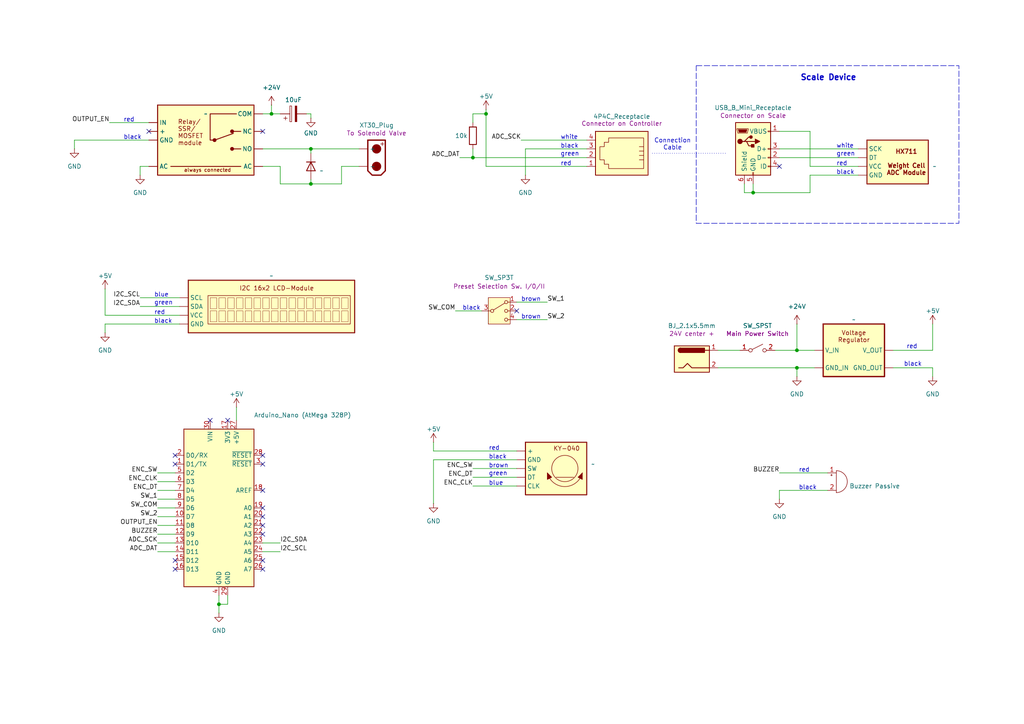
<source format=kicad_sch>
(kicad_sch (version 20231120) (generator "eeschema") (generator_version "8.0")
  (paper "A4")
  (title_block (title "Weight-O-Matic") (date "2024-09-28") (rev "1") (company "mva-one"))
  (lib_symbols
    (symbol "Connector:4P4C" (pin_names (offset 1.016))
      (property "Reference" "J" (at -5.08 8.89 0))
      (property "Value" "4P4C" (at 2.54 8.89 0))
      (symbol "4P4C_0_1"
        (polyline (pts (xy -6.35 -0.635) (xy -5.08 -0.635) (xy -5.08 -0.635)))
        (polyline (pts (xy -6.35 0.635) (xy -5.08 0.635) (xy -5.08 0.635)))
        (polyline (pts (xy -6.35 1.905) (xy -5.08 1.905) (xy -5.08 1.905)))
        (polyline (pts (xy -6.35 3.175) (xy -5.08 3.175) (xy -5.08 3.175)))
        (polyline (pts (xy -6.35 -3.175) (xy -6.35 5.715) (xy -1.27 5.715) (xy 3.81 5.715) (xy 3.81 4.445) (xy 5.08 4.445) (xy 5.08 3.175) (xy 6.35 3.175) (xy 6.35 -0.635) (xy 5.08 -0.635) (xy 5.08 -1.905) (xy 3.81 -1.905) (xy 3.81 -3.175) (xy -6.35 -3.175) (xy -6.35 -3.175)))
        (rectangle (start 7.62 7.62) (end -7.62 -5.08) (stroke (width 0.254)) (fill (type background)))
      )
      (symbol "4P4C_1_1"
        (pin passive line (at 10.16 -2.54 180) (length 2.54) (name "~") (number "1"))
        (pin passive line (at 10.16 0 180) (length 2.54) (name "~") (number "2"))
        (pin passive line (at 10.16 2.54 180) (length 2.54) (name "~") (number "3"))
        (pin passive line (at 10.16 5.08 180) (length 2.54) (name "~") (number "4"))
      )
    )
    (symbol "Connector:Barrel_Jack" (pin_names (offset 1.016))
      (property "Reference" "J" (at 0 5.334 0))
      (property "Value" "Barrel_Jack" (at 0 -5.08 0))
      (symbol "Barrel_Jack_0_1"
        (rectangle (start -5.08 3.81) (end 5.08 -3.81) (stroke (width 0.254)) (fill (type background)))
        (arc (start -3.302 3.175) (mid -3.9343 2.54) (end -3.302 1.905) (stroke (width 0.254)))
        (arc (start -3.302 3.175) (mid -3.9343 2.54) (end -3.302 1.905) (stroke (width 0.254)) (fill (type outline)))
        (polyline (pts (xy 5.08 2.54) (xy 3.81 2.54)) (stroke (width 0.254)))
        (polyline (pts (xy -3.81 -2.54) (xy -2.54 -2.54) (xy -1.27 -1.27) (xy 0 -2.54) (xy 2.54 -2.54) (xy 5.08 -2.54)) (stroke (width 0.254)))
        (rectangle (start 3.683 3.175) (end -3.302 1.905) (stroke (width 0.254)) (fill (type outline)))
      )
      (symbol "Barrel_Jack_1_1"
        (pin passive line (at 7.62 2.54 180) (length 2.54) (name "~") (number "1"))
        (pin passive line (at 7.62 -2.54 180) (length 2.54) (name "~") (number "2"))
      )
    )
    (symbol "Connector:USB_B_Mini" (pin_names (offset 1.016))
      (property "Reference" "J" (at -5.08 11.43 0))
      (property "Value" "USB_B_Mini" (at -5.08 8.89 0))
      (symbol "USB_B_Mini_0_1"
        (rectangle (start -5.08 -7.62) (end 5.08 7.62) (stroke (width 0.254)) (fill (type background)))
        (circle (center -3.81 2.159) (radius 0.635) (stroke (width 0.254)) (fill (type outline)))
        (circle (center -0.635 3.429) (radius 0.381) (stroke (width 0.254)) (fill (type outline)))
        (rectangle (start -0.127 -7.62) (end 0.127 -6.858))
        (polyline (pts (xy -1.905 2.159) (xy 0.635 2.159)) (stroke (width 0.254)))
        (polyline (pts (xy -3.175 2.159) (xy -2.54 2.159) (xy -1.27 3.429) (xy -0.635 3.429)) (stroke (width 0.254)))
        (polyline (pts (xy -2.54 2.159) (xy -1.905 2.159) (xy -1.27 0.889) (xy 0 0.889)) (stroke (width 0.254)))
        (polyline (pts (xy 0.635 2.794) (xy 0.635 1.524) (xy 1.905 2.159) (xy 0.635 2.794)) (stroke (width 0.254)) (fill (type outline)))
        (polyline (pts (xy -4.318 5.588) (xy -1.778 5.588) (xy -2.032 4.826) (xy -4.064 4.826) (xy -4.318 5.588)) (fill (type outline)))
        (polyline (pts (xy -4.699 5.842) (xy -4.699 5.588) (xy -4.445 4.826) (xy -4.445 4.572) (xy -1.651 4.572) (xy -1.651 4.826) (xy -1.397 5.588) (xy -1.397 5.842) (xy -4.699 5.842)))
        (rectangle (start 0.254 1.27) (end -0.508 0.508) (stroke (width 0.254)) (fill (type outline)))
        (rectangle (start 5.08 -5.207) (end 4.318 -4.953))
        (rectangle (start 5.08 -2.667) (end 4.318 -2.413))
        (rectangle (start 5.08 -0.127) (end 4.318 0.127))
        (rectangle (start 5.08 4.953) (end 4.318 5.207))
      )
      (symbol "USB_B_Mini_1_1"
        (pin power_out line (at 7.62 5.08 180) (length 2.54) (name "VBUS") (number "1"))
        (pin bidirectional line (at 7.62 -2.54 180) (length 2.54) (name "D-") (number "2"))
        (pin bidirectional line (at 7.62 0 180) (length 2.54) (name "D+") (number "3"))
        (pin passive line (at 7.62 -5.08 180) (length 2.54) (name "ID") (number "4"))
        (pin power_out line (at 0 -10.16 90) (length 2.54) (name "GND") (number "5"))
        (pin passive line (at -2.54 -10.16 90) (length 2.54) (name "Shield") (number "6"))
      )
    )
    (symbol "Device:Buzzer" (pin_names (offset 0.0254) hide)
      (property "Reference" "BZ" (at 3.81 1.27 0))
      (property "Value" "Buzzer" (at 3.81 -1.27 0))
      (symbol "Buzzer_0_1"
        (arc (start 0 -3.175) (mid 3.1612 0) (end 0 3.175))
        (polyline (pts (xy -1.651 1.905) (xy -1.143 1.905)))
        (polyline (pts (xy -1.397 2.159) (xy -1.397 1.651)))
        (polyline (pts (xy 0 3.175) (xy 0 -3.175)))
      )
      (symbol "Buzzer_1_1"
        (pin passive line (at -2.54 2.54 0) (length 2.54) (name "+") (number "1"))
        (pin passive line (at -2.54 -2.54 0) (length 2.54) (name "-") (number "2"))
      )
    )
    (symbol "Device:C_Polarized" (pin_numbers hide) (pin_names (offset 0.254))
      (property "Reference" "C" (at 0.635 2.54 0))
      (property "Value" "C_Polarized" (at 0.635 -2.54 0))
      (symbol "C_Polarized_0_1"
        (rectangle (start -2.286 0.508) (end 2.286 1.016))
        (polyline (pts (xy -1.778 2.286) (xy -0.762 2.286)))
        (polyline (pts (xy -1.27 2.794) (xy -1.27 1.778)))
        (rectangle (start 2.286 -0.508) (end -2.286 -1.016) (fill (type outline)))
      )
      (symbol "C_Polarized_1_1"
        (pin passive line (at 0 3.81 270) (length 2.794) (name "~") (number "1"))
        (pin passive line (at 0 -3.81 90) (length 2.794) (name "~") (number "2"))
      )
    )
    (symbol "Device:D" (pin_numbers hide) (pin_names (offset 1.016) hide)
      (property "Reference" "D" (at 0 2.54 0))
      (property "Value" "D" (at 0 -2.54 0))
      (symbol "D_0_1"
        (polyline (pts (xy -1.27 1.27) (xy -1.27 -1.27)) (stroke (width 0.254)))
        (polyline (pts (xy 1.27 0) (xy -1.27 0)))
        (polyline (pts (xy 1.27 1.27) (xy 1.27 -1.27) (xy -1.27 0) (xy 1.27 1.27)) (stroke (width 0.254)))
      )
      (symbol "D_1_1"
        (pin passive line (at -3.81 0 0) (length 2.54) (name "K") (number "1"))
        (pin passive line (at 3.81 0 180) (length 2.54) (name "A") (number "2"))
      )
    )
    (symbol "Device:R" (pin_numbers hide) (pin_names (offset 0))
      (property "Reference" "R" (at 2.032 0 90))
      (property "Value" "R" (at 0 0 90))
      (symbol "R_0_1"
        (rectangle (start -1.016 -2.54) (end 1.016 2.54) (stroke (width 0.254)))
      )
      (symbol "R_1_1"
        (pin passive line (at 0 3.81 270) (length 1.27) (name "~") (number "1"))
        (pin passive line (at 0 -3.81 90) (length 1.27) (name "~") (number "2"))
      )
    )
    (symbol "MCU_Module:Arduino_Nano_v3.x"
      (property "Reference" "A" (at -10.16 23.495 0))
      (property "Value" "Arduino_Nano_v3.x" (at 5.08 -24.13 0))
      (symbol "Arduino_Nano_v3.x_0_1"
        (rectangle (start -10.16 22.86) (end 10.16 -22.86) (stroke (width 0.254)) (fill (type background)))
      )
      (symbol "Arduino_Nano_v3.x_1_1"
        (pin bidirectional line (at -12.7 12.7 0) (length 2.54) (name "D1/TX") (number "1"))
        (pin bidirectional line (at -12.7 -2.54 0) (length 2.54) (name "D7") (number "10"))
        (pin bidirectional line (at -12.7 -5.08 0) (length 2.54) (name "D8") (number "11"))
        (pin bidirectional line (at -12.7 -7.62 0) (length 2.54) (name "D9") (number "12"))
        (pin bidirectional line (at -12.7 -10.16 0) (length 2.54) (name "D10") (number "13"))
        (pin bidirectional line (at -12.7 -12.7 0) (length 2.54) (name "D11") (number "14"))
        (pin bidirectional line (at -12.7 -15.24 0) (length 2.54) (name "D12") (number "15"))
        (pin bidirectional line (at -12.7 -17.78 0) (length 2.54) (name "D13") (number "16"))
        (pin power_out line (at 2.54 25.4 270) (length 2.54) (name "3V3") (number "17"))
        (pin input line (at 12.7 5.08 180) (length 2.54) (name "AREF") (number "18"))
        (pin bidirectional line (at 12.7 0 180) (length 2.54) (name "A0") (number "19"))
        (pin bidirectional line (at -12.7 15.24 0) (length 2.54) (name "D0/RX") (number "2"))
        (pin bidirectional line (at 12.7 -2.54 180) (length 2.54) (name "A1") (number "20"))
        (pin bidirectional line (at 12.7 -5.08 180) (length 2.54) (name "A2") (number "21"))
        (pin bidirectional line (at 12.7 -7.62 180) (length 2.54) (name "A3") (number "22"))
        (pin bidirectional line (at 12.7 -10.16 180) (length 2.54) (name "A4") (number "23"))
        (pin bidirectional line (at 12.7 -12.7 180) (length 2.54) (name "A5") (number "24"))
        (pin bidirectional line (at 12.7 -15.24 180) (length 2.54) (name "A6") (number "25"))
        (pin bidirectional line (at 12.7 -17.78 180) (length 2.54) (name "A7") (number "26"))
        (pin power_out line (at 5.08 25.4 270) (length 2.54) (name "+5V") (number "27"))
        (pin input line (at 12.7 15.24 180) (length 2.54) (name "~{RESET}") (number "28"))
        (pin power_in line (at 2.54 -25.4 90) (length 2.54) (name "GND") (number "29"))
        (pin input line (at 12.7 12.7 180) (length 2.54) (name "~{RESET}") (number "3"))
        (pin power_in line (at -2.54 25.4 270) (length 2.54) (name "VIN") (number "30"))
        (pin power_in line (at 0 -25.4 90) (length 2.54) (name "GND") (number "4"))
        (pin bidirectional line (at -12.7 10.16 0) (length 2.54) (name "D2") (number "5"))
        (pin bidirectional line (at -12.7 7.62 0) (length 2.54) (name "D3") (number "6"))
        (pin bidirectional line (at -12.7 5.08 0) (length 2.54) (name "D4") (number "7"))
        (pin bidirectional line (at -12.7 2.54 0) (length 2.54) (name "D5") (number "8"))
        (pin bidirectional line (at -12.7 0 0) (length 2.54) (name "D6") (number "9"))
      )
    )
    (symbol "Switch:SW_SP3T" (pin_names (offset 0) hide)
      (property "Reference" "SW" (at 0 5.08 0))
      (property "Value" "SW_SP3T" (at 0 -5.08 0))
      (symbol "SW_SP3T_0_1"
        (circle (center -2.032 0) (radius 0.4572))
        (polyline (pts (xy -1.651 0.254) (xy 1.651 2.286)))
        (circle (center 2.032 -2.54) (radius 0.4572))
        (circle (center 2.032 0) (radius 0.4572))
        (circle (center 2.032 2.54) (radius 0.4572))
      )
      (symbol "SW_SP3T_1_1"
        (rectangle (start -3.175 3.81) (end 3.175 -3.81) (fill (type background)))
        (pin passive line (at 5.08 2.54 180) (length 2.54) (name "1") (number "1"))
        (pin passive line (at 5.08 0 180) (length 2.54) (name "2") (number "2"))
        (pin passive line (at -5.08 0 0) (length 2.54) (name "3") (number "3"))
        (pin passive line (at 5.08 -2.54 180) (length 2.54) (name "4") (number "4"))
      )
    )
    (symbol "Switch:SW_SPST" (pin_names (offset 0) hide)
      (property "Reference" "SW" (at 0 3.175 0))
      (property "Value" "SW_SPST" (at 0 -2.54 0))
      (symbol "SW_SPST_0_0"
        (circle (center -2.032 0) (radius 0.508))
        (polyline (pts (xy -1.524 0.254) (xy 1.524 1.778)))
        (circle (center 2.032 0) (radius 0.508))
      )
      (symbol "SW_SPST_1_1"
        (pin passive line (at -5.08 0 0) (length 2.54) (name "A") (number "1"))
        (pin passive line (at 5.08 0 180) (length 2.54) (name "B") (number "2"))
      )
    )
    (symbol "custom_symbol:MODULE_HX711"
      (property "Reference" "M" (at 0 -7.874 0))
      (symbol "MODULE_HX711_0_1"
        (rectangle (start -8.89 6.35) (end 8.89 -6.35) (stroke (width 0.3048)) (fill (type background)))
      )
      (symbol "MODULE_HX711_1_1"
        (text "HX711\n\nWeight Cell\nADC Module" (at 2.54 0 0) (effects (font (size 1.27 1.27) (thickness 0.254) (bold yes))))
        (pin output line (at -11.43 1.27 0) (length 2.54) (name "DT") (number ""))
        (pin power_in line (at -11.43 -3.81 0) (length 2.54) (name "GND") (number ""))
        (pin input line (at -11.43 3.81 0) (length 2.54) (name "SCK") (number ""))
        (pin power_in line (at -11.43 -1.27 0) (length 2.54) (name "VCC") (number ""))
      )
    )
    (symbol "custom_symbol:MODULE_LCD_I2C_16x2"
      (property "Reference" "M" (at 0 -9.398 0))
      (symbol "MODULE_LCD_I2C_16x2_0_1"
        (rectangle (start -24.13 7.62) (end 24.13 -7.62) (stroke (width 0.3048)) (fill (type background)))
        (rectangle (start -18.415 3.175) (end 22.86 -5.08))
        (rectangle (start -17.78 -1.27) (end -15.875 -4.445) (stroke (width 0.0508)))
        (rectangle (start -17.78 2.54) (end -15.875 -0.635) (stroke (width 0.0508)))
        (rectangle (start -15.24 -1.27) (end -13.335 -4.445) (stroke (width 0.0508)))
        (rectangle (start -15.24 2.54) (end -13.335 -0.635) (stroke (width 0.0508)))
        (rectangle (start -12.7 -1.27) (end -10.795 -4.445) (stroke (width 0.0508)))
        (rectangle (start -12.7 2.54) (end -10.795 -0.635) (stroke (width 0.0508)))
        (rectangle (start -10.16 -1.27) (end -8.255 -4.445) (stroke (width 0.0508)))
        (rectangle (start -10.16 2.54) (end -8.255 -0.635) (stroke (width 0.0508)))
        (rectangle (start -7.62 -1.27) (end -5.715 -4.445) (stroke (width 0.0508)))
        (rectangle (start -7.62 2.54) (end -5.715 -0.635) (stroke (width 0.0508)))
        (rectangle (start -5.08 -1.27) (end -3.175 -4.445) (stroke (width 0.0508)))
        (rectangle (start -5.08 2.54) (end -3.175 -0.635) (stroke (width 0.0508)))
        (rectangle (start -2.54 -1.27) (end -0.635 -4.445) (stroke (width 0.0508)))
        (rectangle (start -2.54 2.54) (end -0.635 -0.635) (stroke (width 0.0508)))
        (rectangle (start 0 -1.27) (end 1.905 -4.445) (stroke (width 0.0508)))
        (rectangle (start 0 2.54) (end 1.905 -0.635) (stroke (width 0.0508)))
        (rectangle (start 2.54 -1.27) (end 4.445 -4.445) (stroke (width 0.0508)))
        (rectangle (start 2.54 2.54) (end 4.445 -0.635) (stroke (width 0.0508)))
        (rectangle (start 5.08 -1.27) (end 6.985 -4.445) (stroke (width 0.0508)))
        (rectangle (start 5.08 2.54) (end 6.985 -0.635) (stroke (width 0.0508)))
        (rectangle (start 7.62 -1.27) (end 9.525 -4.445) (stroke (width 0.0508)))
        (rectangle (start 7.62 2.54) (end 9.525 -0.635) (stroke (width 0.0508)))
        (rectangle (start 10.16 -1.27) (end 12.065 -4.445) (stroke (width 0.0508)))
        (rectangle (start 10.16 2.54) (end 12.065 -0.635) (stroke (width 0.0508)))
        (rectangle (start 12.7 -1.27) (end 14.605 -4.445) (stroke (width 0.0508)))
        (rectangle (start 12.7 2.54) (end 14.605 -0.635) (stroke (width 0.0508)))
        (rectangle (start 15.24 -1.27) (end 17.145 -4.445) (stroke (width 0.0508)))
        (rectangle (start 15.24 2.54) (end 17.145 -0.635) (stroke (width 0.0508)))
        (rectangle (start 17.78 -1.27) (end 19.685 -4.445) (stroke (width 0.0508)))
        (rectangle (start 17.78 2.54) (end 19.685 -0.635) (stroke (width 0.0508)))
        (rectangle (start 20.32 -1.27) (end 22.225 -4.445) (stroke (width 0.0508)))
        (rectangle (start 20.32 2.54) (end 22.225 -0.635) (stroke (width 0.0508)))
      )
      (symbol "MODULE_LCD_I2C_16x2_1_1"
        (text "I2C 16x2 LCD-Module" (at 1.524 5.334 0) (effects (font (size 1.27 1.27))))
        (pin power_in line (at -26.67 -5.08 0) (length 2.54) (name "GND") (number ""))
        (pin input line (at -26.67 2.54 0) (length 2.54) (name "SCL") (number ""))
        (pin input line (at -26.67 0 0) (length 2.54) (name "SDA") (number ""))
        (pin power_in line (at -26.67 -2.54 0) (length 2.54) (name "VCC") (number ""))
      )
    )
    (symbol "custom_symbol:MODULE_Relay"
      (property "Reference" "M" (at 0 -11.684 0))
      (symbol "MODULE_Relay_0_1"
        (rectangle (start -13.97 10.16) (end 13.97 -10.16) (stroke (width 0.3048)) (fill (type background)))
        (polyline (pts (xy 2.54 0) (xy 7.9851 1.9488)) (stroke (width 0.254)))
        (polyline (pts (xy 7.62 -2.54) (xy 10.16 -2.54)) (stroke (width 0.254)))
        (polyline (pts (xy 10.16 -7.62) (xy -10.16 -7.62)) (stroke (width 0.254)))
        (polyline (pts (xy 10.16 2.54) (xy 7.62 2.54)) (stroke (width 0.254)))
        (polyline (pts (xy 2.54 0) (xy 1.27 0) (xy 1.27 7.62) (xy 8.89 7.62)) (stroke (width 0.254)))
        (circle (center 2.54 0) (radius 0.4789) (fill (type outline)))
        (circle (center 7.62 -2.54) (radius 0.4789) (fill (type outline)))
        (circle (center 7.62 2.54) (radius 0.4789) (fill (type outline)))
      )
      (symbol "MODULE_Relay_1_1"
        (text "always connected" (at 0.508 -8.636 0) (effects (font (size 1.016 1.016))))
        (text "Relay/\nSSR/\nMOSFET\nmodule" (at -8.128 2.286 0) (effects (font (size 1.27 1.27)) (justify left)))
        (pin power_in line (at -16.51 2.54 0) (length 2.54) (name "+") (number ""))
        (pin bidirectional line (at -16.51 -7.62 0) (length 2.54) (name "AC") (number ""))
        (pin bidirectional line (at 16.51 -7.62 180) (length 2.54) (name "AC") (number ""))
        (pin bidirectional line (at 16.51 7.62 180) (length 2.54) (name "COM") (number ""))
        (pin power_in line (at -16.51 0 0) (length 2.54) (name "GND") (number ""))
        (pin input line (at -16.51 5.08 0) (length 2.54) (name "IN") (number ""))
        (pin bidirectional line (at 16.51 2.54 180) (length 2.54) (name "NC") (number ""))
        (pin bidirectional line (at 16.51 -2.54 180) (length 2.54) (name "NO") (number ""))
      )
    )
    (symbol "custom_symbol:MODULE_RotaryEncoder"
      (property "Reference" "M" (at 0 -9.398 0))
      (symbol "MODULE_RotaryEncoder_0_1"
        (polyline (pts (xy 0 2.54) (xy 5.08 2.54)))
        (polyline (pts (xy -2.54 1.27) (xy -1.27 2.54) (xy -2.54 3.175) (xy -2.54 1.27)) (fill (type outline)))
        (polyline (pts (xy 7.62 1.27) (xy 6.35 2.54) (xy 7.62 3.175) (xy 7.62 1.27)) (fill (type outline)))
        (circle (center 2.54 0) (radius 3.81))
        (arc (start 7.62 1.27) (mid 2.54 5.2363) (end -2.54 1.27))
      )
      (symbol "MODULE_RotaryEncoder_1_1"
        (rectangle (start -8.89 7.62) (end 8.89 -7.62) (stroke (width 0.3048)) (fill (type background)))
        (text "KY-040" (at 3.048 -5.842 0) (effects (font (size 1.27 1.27))))
        (pin power_in line (at -11.43 -5.08 0) (length 2.54) (name "+") (number ""))
        (pin output line (at -11.43 5.08 0) (length 2.54) (name "CLK") (number ""))
        (pin output line (at -11.43 2.54 0) (length 2.54) (name "DT") (number ""))
        (pin power_in line (at -11.43 -2.54 0) (length 2.54) (name "GND") (number ""))
        (pin output line (at -11.43 0 0) (length 2.54) (name "SW") (number ""))
      )
    )
    (symbol "custom_symbol:MODULE_VoltageRegulator"
      (property "Reference" "M" (at 0 -9.144 0))
      (symbol "MODULE_VoltageRegulator_1_1"
        (rectangle (start -8.89 7.62) (end 8.89 -7.62) (stroke (width 0.381)) (fill (type background)))
        (text "Voltage\nRegulator" (at 0 4.064 0) (effects (font (size 1.27 1.27))))
        (pin power_in line (at -11.43 -5.08 0) (length 2.54) (name "GND_IN") (number ""))
        (pin power_out line (at 11.43 -5.08 180) (length 2.54) (name "GND_OUT") (number ""))
        (pin power_in line (at -11.43 0 0) (length 2.54) (name "V_IN") (number ""))
        (pin power_out line (at 11.43 0 180) (length 2.54) (name "V_OUT") (number ""))
      )
    )
    (symbol "custom_symbol:XT_Conn_Plug"
      (property "Reference" "J" (at 0 -6.604 0))
      (symbol "XT_Conn_Plug_0_1"
        (circle (center 0 -2.54) (radius 1.27) (fill (type outline)))
        (circle (center 0 2.54) (radius 1.27) (fill (type outline)))
      )
      (symbol "XT_Conn_Plug_1_1"
        (polyline (pts (xy -2.54 -5.08) (xy 2.54 -5.08) (xy 2.54 3.81) (xy 1.27 5.08) (xy -1.27 5.08) (xy -2.54 3.81) (xy -2.54 -5.08)) (stroke (width 0.381)))
        (text "+" (at 0.762 -4.064 0) (effects (font (size 1.27 1.27)) (justify left)))
        (pin passive line (at -5.08 -2.54 0) (length 2.54) (name "+") (number ""))
        (pin passive line (at -5.08 2.54 0) (length 2.54) (name "-") (number ""))
      )
    )
    (symbol "power:+24V" (power) (pin_numbers hide) (pin_names (offset 0) hide)
      (property "Value" "+24V" (at 0 3.556 0))
      (symbol "+24V_0_1"
        (polyline (pts (xy -0.762 1.27) (xy 0 2.54)))
        (polyline (pts (xy 0 0) (xy 0 2.54)))
        (polyline (pts (xy 0 2.54) (xy 0.762 1.27)))
      )
      (symbol "+24V_1_1"
        (pin power_in line (at 0 0 90) (length 0) (name "~") (number "1"))
      )
    )
    (symbol "power:+5V" (power) (pin_numbers hide) (pin_names (offset 0) hide)
      (property "Value" "+5V" (at 0 3.556 0))
      (symbol "+5V_0_1"
        (polyline (pts (xy -0.762 1.27) (xy 0 2.54)))
        (polyline (pts (xy 0 0) (xy 0 2.54)))
        (polyline (pts (xy 0 2.54) (xy 0.762 1.27)))
      )
      (symbol "+5V_1_1"
        (pin power_in line (at 0 0 90) (length 0) (name "~") (number "1"))
      )
    )
    (symbol "power:GND" (power) (pin_numbers hide) (pin_names (offset 0) hide)
      (property "Value" "GND" (at 0 -3.81 0))
      (symbol "GND_0_1"
        (polyline (pts (xy 0 0) (xy 0 -1.27) (xy 1.27 -1.27) (xy 0 -2.54) (xy -1.27 -1.27) (xy 0 -1.27)))
      )
      (symbol "GND_1_1"
        (pin power_in line (at 0 0 270) (length 0) (name "~") (number "1"))
      )
    )
  )
  (junction (at 140.97 33.02))
  (junction (at 231.14 101.6))
  (junction (at 90.17 43.18))
  (junction (at 218.44 55.88))
  (junction (at 90.17 53.34))
  (junction (at 231.14 106.68))
  (junction (at 63.5 175.26))
  (junction (at 137.16 45.72))
  (junction (at 78.74 33.02))
  (no_connect (at 50.8 132.08))
  (no_connect (at 66.04 121.92))
  (no_connect (at 76.2 147.32))
  (no_connect (at 76.2 165.1))
  (no_connect (at 76.2 142.24))
  (no_connect (at 50.8 162.56))
  (no_connect (at 76.2 132.08))
  (no_connect (at 50.8 134.62))
  (no_connect (at 50.8 165.1))
  (no_connect (at 76.2 162.56))
  (no_connect (at 149.86 90.17))
  (no_connect (at 76.2 134.62))
  (no_connect (at 76.2 154.94))
  (no_connect (at 76.2 38.1))
  (no_connect (at 43.18 38.1))
  (no_connect (at 226.06 48.26))
  (no_connect (at 76.2 149.86))
  (no_connect (at 76.2 152.4))
  (no_connect (at 60.96 121.92))
  (wire (pts (xy 45.72 160.02) (xy 50.8 160.02)))
  (wire (pts (xy 140.97 31.75) (xy 140.97 33.02)))
  (wire (pts (xy 45.72 142.24) (xy 50.8 142.24)))
  (wire (pts (xy 45.72 152.4) (xy 50.8 152.4)))
  (wire (pts (xy 30.48 91.44) (xy 52.07 91.44)))
  (wire (pts (xy 90.17 53.34) (xy 99.06 53.34)))
  (wire (pts (xy 63.5 175.26) (xy 63.5 172.72)))
  (wire (pts (xy 270.51 106.68) (xy 270.51 109.22)))
  (wire (pts (xy 231.14 101.6) (xy 236.22 101.6)))
  (wire (pts (xy 76.2 48.26) (xy 81.28 48.26)))
  (wire (pts (xy 226.06 43.18) (xy 248.92 43.18)))
  (wire (pts (xy 248.92 50.8) (xy 234.95 50.8)))
  (wire (pts (xy 99.06 48.26) (xy 104.14 48.26)))
  (wire (pts (xy 234.95 50.8) (xy 234.95 55.88)))
  (wire (pts (xy 43.18 40.64) (xy 21.59 40.64)))
  (wire (pts (xy 45.72 157.48) (xy 50.8 157.48)))
  (wire (pts (xy 90.17 33.02) (xy 90.17 34.29)))
  (wire (pts (xy 81.28 53.34) (xy 90.17 53.34)))
  (wire (pts (xy 226.06 142.24) (xy 226.06 144.78)))
  (wire (pts (xy 40.64 48.26) (xy 43.18 48.26)))
  (wire (pts (xy 66.04 175.26) (xy 63.5 175.26)))
  (wire (pts (xy 63.5 177.8) (xy 63.5 175.26)))
  (wire (pts (xy 30.48 96.52) (xy 30.48 93.98)))
  (wire (pts (xy 66.04 172.72) (xy 66.04 175.26)))
  (wire (pts (xy 132.08 90.17) (xy 139.7 90.17)))
  (wire (pts (xy 137.16 45.72) (xy 170.18 45.72)))
  (wire (pts (xy 21.59 40.64) (xy 21.59 43.18)))
  (wire (pts (xy 40.64 88.9) (xy 52.07 88.9)))
  (polyline (pts (xy 189.23 44.45) (xy 210.82 44.45)) (stroke (width 0) (type dot)))
  (wire (pts (xy 208.28 106.68) (xy 231.14 106.68)))
  (wire (pts (xy 40.64 50.8) (xy 40.64 48.26)))
  (wire (pts (xy 40.64 86.36) (xy 52.07 86.36)))
  (wire (pts (xy 45.72 139.7) (xy 50.8 139.7)))
  (wire (pts (xy 45.72 137.16) (xy 50.8 137.16)))
  (wire (pts (xy 31.75 35.56) (xy 43.18 35.56)))
  (wire (pts (xy 137.16 140.97) (xy 149.86 140.97)))
  (wire (pts (xy 125.73 128.27) (xy 125.73 130.81)))
  (wire (pts (xy 270.51 101.6) (xy 270.51 93.98)))
  (wire (pts (xy 170.18 48.26) (xy 140.97 48.26)))
  (wire (pts (xy 248.92 48.26) (xy 234.95 48.26)))
  (wire (pts (xy 234.95 55.88) (xy 218.44 55.88)))
  (wire (pts (xy 76.2 43.18) (xy 90.17 43.18)))
  (wire (pts (xy 149.86 87.63) (xy 158.75 87.63)))
  (wire (pts (xy 226.06 137.16) (xy 240.03 137.16)))
  (wire (pts (xy 88.9 33.02) (xy 90.17 33.02)))
  (wire (pts (xy 231.14 93.98) (xy 231.14 101.6)))
  (wire (pts (xy 45.72 154.94) (xy 50.8 154.94)))
  (wire (pts (xy 218.44 55.88) (xy 218.44 53.34)))
  (wire (pts (xy 90.17 52.07) (xy 90.17 53.34)))
  (wire (pts (xy 45.72 149.86) (xy 50.8 149.86)))
  (wire (pts (xy 208.28 101.6) (xy 214.63 101.6)))
  (wire (pts (xy 231.14 106.68) (xy 236.22 106.68)))
  (wire (pts (xy 152.4 43.18) (xy 152.4 50.8)))
  (wire (pts (xy 76.2 33.02) (xy 78.74 33.02)))
  (wire (pts (xy 125.73 146.05) (xy 125.73 133.35)))
  (wire (pts (xy 45.72 144.78) (xy 50.8 144.78)))
  (wire (pts (xy 137.16 135.89) (xy 149.86 135.89)))
  (wire (pts (xy 133.35 45.72) (xy 137.16 45.72)))
  (wire (pts (xy 30.48 83.82) (xy 30.48 91.44)))
  (wire (pts (xy 125.73 133.35) (xy 149.86 133.35)))
  (wire (pts (xy 151.13 40.64) (xy 170.18 40.64)))
  (wire (pts (xy 68.58 118.11) (xy 68.58 121.92)))
  (wire (pts (xy 45.72 147.32) (xy 50.8 147.32)))
  (wire (pts (xy 137.16 35.56) (xy 137.16 33.02)))
  (wire (pts (xy 81.28 160.02) (xy 76.2 160.02)))
  (wire (pts (xy 224.79 101.6) (xy 231.14 101.6)))
  (wire (pts (xy 149.86 92.71) (xy 158.75 92.71)))
  (wire (pts (xy 170.18 43.18) (xy 152.4 43.18)))
  (wire (pts (xy 125.73 130.81) (xy 149.86 130.81)))
  (wire (pts (xy 78.74 33.02) (xy 78.74 30.48)))
  (wire (pts (xy 215.9 55.88) (xy 215.9 53.34)))
  (wire (pts (xy 140.97 33.02) (xy 140.97 48.26)))
  (wire (pts (xy 137.16 33.02) (xy 140.97 33.02)))
  (wire (pts (xy 234.95 38.1) (xy 226.06 38.1)))
  (wire (pts (xy 226.06 45.72) (xy 248.92 45.72)))
  (wire (pts (xy 240.03 142.24) (xy 226.06 142.24)))
  (wire (pts (xy 259.08 106.68) (xy 270.51 106.68)))
  (wire (pts (xy 99.06 53.34) (xy 99.06 48.26)))
  (wire (pts (xy 234.95 48.26) (xy 234.95 38.1)))
  (wire (pts (xy 137.16 43.18) (xy 137.16 45.72)))
  (wire (pts (xy 81.28 157.48) (xy 76.2 157.48)))
  (wire (pts (xy 90.17 43.18) (xy 104.14 43.18)))
  (wire (pts (xy 215.9 55.88) (xy 218.44 55.88)))
  (wire (pts (xy 30.48 93.98) (xy 52.07 93.98)))
  (wire (pts (xy 259.08 101.6) (xy 270.51 101.6)))
  (wire (pts (xy 90.17 44.45) (xy 90.17 43.18)))
  (wire (pts (xy 81.28 48.26) (xy 81.28 53.34)))
  (wire (pts (xy 231.14 106.68) (xy 231.14 109.22)))
  (wire (pts (xy 78.74 33.02) (xy 81.28 33.02)))
  (wire (pts (xy 137.16 138.43) (xy 149.86 138.43)))
  (rectangle (start 201.93 19.05) (end 278.13 64.77) (stroke (width 0) (type dash)))
  (text "blue" (at 141.732 140.208 0) (effects (font (size 1.27 1.27) (thickness 0.1588)) (justify left)))
  (text "black" (at 262.128 105.664 0) (effects (font (size 1.27 1.27) (thickness 0.1588)) (justify left)))
  (text "white" (at 242.57 42.418 0) (effects (font (size 1.27 1.27) (thickness 0.1588)) (justify left)))
  (text "green" (at 141.732 137.414 0) (effects (font (size 1.27 1.27) (thickness 0.1588)) (justify left)))
  (text "Connection\nCable" (at 195.072 41.91 0) (effects (font (size 1.27 1.27))))
  (text "red" (at 35.814 34.798 0) (effects (font (size 1.27 1.27) (thickness 0.1588)) (justify left)))
  (text "brown" (at 151.13 91.948 0) (effects (font (size 1.27 1.27) (thickness 0.1588)) (justify left)))
  (text "green" (at 44.704 87.884 0) (effects (font (size 1.27 1.27) (thickness 0.1588)) (justify left)))
  (text "blue" (at 44.704 85.598 0) (effects (font (size 1.27 1.27) (thickness 0.1588)) (justify left)))
  (text "red" (at 231.648 136.398 0) (effects (font (size 1.27 1.27) (thickness 0.1588)) (justify left)))
  (text "black" (at 134.112 89.408 0) (effects (font (size 1.27 1.27) (thickness 0.1588)) (justify left)))
  (text "black" (at 162.56 42.418 0) (effects (font (size 1.27 1.27) (thickness 0.1588)) (justify left)))
  (text "brown" (at 151.13 86.868 0) (effects (font (size 1.27 1.27) (thickness 0.1588)) (justify left)))
  (text "brown" (at 141.732 135.128 0) (effects (font (size 1.27 1.27) (thickness 0.1588)) (justify left)))
  (text "black" (at 35.814 39.878 0) (effects (font (size 1.27 1.27) (thickness 0.1588)) (justify left)))
  (text "Scale Device" (at 240.284 22.606 0) (effects (font (size 1.651 1.651) (thickness 0.3302) (bold yes))))
  (text "red" (at 44.704 90.678 0) (effects (font (size 1.27 1.27) (thickness 0.1588)) (justify left)))
  (text "white" (at 162.56 39.878 0) (effects (font (size 1.27 1.27) (thickness 0.1588)) (justify left)))
  (text "green" (at 242.57 44.704 0) (effects (font (size 1.27 1.27) (thickness 0.1588)) (justify left)))
  (text "red" (at 242.57 47.498 0) (effects (font (size 1.27 1.27) (thickness 0.1588)) (justify left)))
  (text "black" (at 141.732 132.588 0) (effects (font (size 1.27 1.27) (thickness 0.1588)) (justify left)))
  (text "black" (at 231.648 141.478 0) (effects (font (size 1.27 1.27) (thickness 0.1588)) (justify left)))
  (text "black" (at 242.57 50.038 0) (effects (font (size 1.27 1.27) (thickness 0.1588)) (justify left)))
  (text "red" (at 141.732 130.048 0) (effects (font (size 1.27 1.27) (thickness 0.1588)) (justify left)))
  (text "black" (at 44.704 93.218 0) (effects (font (size 1.27 1.27) (thickness 0.1588)) (justify left)))
  (text "red" (at 162.56 47.498 0) (effects (font (size 1.27 1.27) (thickness 0.1588)) (justify left)))
  (text "green" (at 162.56 44.704 0) (effects (font (size 1.27 1.27) (thickness 0.1588)) (justify left)))
  (text "red" (at 262.89 100.584 0) (effects (font (size 1.27 1.27) (thickness 0.1588)) (justify left)))
  (label "ADC_DAT" (at 133.35 45.72 180) (effects (font (thickness 0.1588))))
  (label "I2C_SCL" (at 81.28 160.02 0))
  (label "SW_2" (at 158.75 92.71 0) (effects (font (thickness 0.1588))))
  (label "SW_COM" (at 45.72 147.32 180) (effects (font (thickness 0.1588))))
  (label "ADC_SCK" (at 45.72 157.48 180) (effects (font (thickness 0.1588))))
  (label "I2C_SDA" (at 81.28 157.48 0))
  (label "SW_1" (at 45.72 144.78 180) (effects (font (thickness 0.1588))))
  (label "SW_1" (at 158.75 87.63 0) (effects (font (thickness 0.1588))))
  (label "OUTPUT_EN" (at 31.75 35.56 180))
  (label "SW_2" (at 45.72 149.86 180) (effects (font (thickness 0.1588))))
  (label "ADC_DAT" (at 45.72 160.02 180) (effects (font (thickness 0.1588))))
  (label "ENC_DT" (at 137.16 138.43 180))
  (label "ENC_CLK" (at 137.16 140.97 180))
  (label "ENC_DT" (at 45.72 142.24 180))
  (label "ADC_SCK" (at 151.13 40.64 180) (effects (font (thickness 0.1588))))
  (label "ENC_SW" (at 45.72 137.16 180))
  (label "BUZZER" (at 226.06 137.16 180))
  (label "I2C_SCL" (at 40.64 86.36 180))
  (label "I2C_SDA" (at 40.64 88.9 180))
  (label "ENC_CLK" (at 45.72 139.7 180))
  (label "OUTPUT_EN" (at 45.72 152.4 180))
  (label "ENC_SW" (at 137.16 135.89 180))
  (label "BUZZER" (at 45.72 154.94 180))
  (label "SW_COM" (at 132.08 90.17 180) (effects (font (thickness 0.1588))))
  (symbol (lib_id "Connector:USB_B_Mini") (at 218.44 43.18 0) (unit 1)
    (property "Reference" "J5" (effects (hide yes)))
    (property "Value" "USB_B_Mini_Receptacle" (at 218.44 31.242 0))
    (property "Description" "Connector on Scale" (at 218.44 33.528 0))
  )
  (symbol (lib_id "power:+5V") (at 125.73 128.27 0) (unit 1)
    (property "Reference" "#PWR014" (effects (hide yes)))
    (property "Value" "+5V" (at 125.73 124.46 0))
    (property "Description" "Power symbol creates a global label with name \"+5V\"" (effects (hide yes)))
  )
  (symbol (lib_id "power:+24V") (at 78.74 30.48 0) (unit 1)
    (property "Reference" "#PWR02" (effects (hide yes)))
    (property "Value" "+24V" (at 78.74 25.4 0))
    (property "Description" "Power symbol creates a global label with name \"+24V\"" (effects (hide yes)))
  )
  (symbol (lib_id "custom_symbol:XT_Conn_Plug") (at 109.22 45.72 0) (mirror x) (unit 1)
    (property "Reference" "J1" (effects (hide yes)))
    (property "Value" "XT30_Plug" (at 109.22 36.322 0))
    (property "Description" "To Solenoid Valve" (at 109.22 38.608 0))
  )
  (symbol (lib_id "Device:C_Polarized") (at 85.09 33.02 90) (unit 1)
    (property "Reference" "C1" (effects (hide yes)))
    (property "Value" "10uF" (at 85.09 28.956 90))
    (property "Description" "Polarized capacitor" (effects (hide yes)))
  )
  (symbol (lib_id "custom_symbol:MODULE_VoltageRegulator") (at 247.65 101.6 0) (unit 1)
    (property "Reference" "M1" (effects (hide yes)))
    (property "Value" "~" (at 247.65 92.71 0))
  )
  (symbol (lib_id "power:GND") (at 152.4 50.8 0) (unit 1)
    (property "Reference" "#PWR09" (effects (hide yes)))
    (property "Value" "GND" (at 152.4 55.88 0))
    (property "Description" "Power symbol creates a global label with name \"GND\" , ground" (effects (hide yes)))
  )
  (symbol (lib_id "power:+5V") (at 140.97 31.75 0) (unit 1)
    (property "Reference" "#PWR010" (effects (hide yes)))
    (property "Value" "+5V" (at 140.97 27.94 0))
    (property "Description" "Power symbol creates a global label with name \"+5V\"" (effects (hide yes)))
  )
  (symbol (lib_id "power:GND") (at 63.5 177.8 0) (unit 1)
    (property "Reference" "#PWR08" (effects (hide yes)))
    (property "Value" "GND" (at 63.5 182.88 0))
    (property "Description" "Power symbol creates a global label with name \"GND\" , ground" (effects (hide yes)))
  )
  (symbol (lib_id "Switch:SW_SPST") (at 219.71 101.6 0) (unit 1)
    (property "Reference" "SW2" (effects (hide yes)))
    (property "Value" "SW_SPST" (at 219.71 94.488 0))
    (property "Description" "Main Power Switch" (at 219.71 96.774 0))
  )
  (symbol (lib_id "power:+5V") (at 30.48 83.82 0) (unit 1)
    (property "Reference" "#PWR012" (effects (hide yes)))
    (property "Value" "+5V" (at 30.48 80.01 0))
    (property "Description" "Power symbol creates a global label with name \"+5V\"" (effects (hide yes)))
  )
  (symbol (lib_id "custom_symbol:MODULE_HX711") (at 260.35 46.99 0) (unit 1)
    (property "Reference" "M5" (effects (hide yes)))
    (property "Value" "~" (at 270.51 48.26 0) (effects (justify left)))
  )
  (symbol (lib_id "power:GND") (at 226.06 144.78 0) (unit 1)
    (property "Reference" "#PWR016" (effects (hide yes)))
    (property "Value" "GND" (at 226.06 149.86 0))
    (property "Description" "Power symbol creates a global label with name \"GND\" , ground" (effects (hide yes)))
  )
  (symbol (lib_id "Device:R") (at 137.16 39.37 0) (mirror y) (unit 1)
    (property "Reference" "R1" (effects (hide yes)))
    (property "Value" "10k" (at 135.636 39.37 0) (effects (justify left)))
    (property "Description" "Resistor" (effects (hide yes)))
  )
  (symbol (lib_id "power:GND") (at 21.59 43.18 0) (unit 1)
    (property "Reference" "#PWR011" (effects (hide yes)))
    (property "Value" "GND" (at 21.59 48.26 0))
    (property "Description" "Power symbol creates a global label with name \"GND\" , ground" (effects (hide yes)))
  )
  (symbol (lib_id "power:GND") (at 125.73 146.05 0) (unit 1)
    (property "Reference" "#PWR015" (effects (hide yes)))
    (property "Value" "GND" (at 125.73 151.13 0))
    (property "Description" "Power symbol creates a global label with name \"GND\" , ground" (effects (hide yes)))
  )
  (symbol (lib_id "power:+5V") (at 68.58 118.11 0) (unit 1)
    (property "Reference" "#PWR03" (effects (hide yes)))
    (property "Value" "+5V" (at 68.58 114.3 0))
    (property "Description" "Power symbol creates a global label with name \"+5V\"" (effects (hide yes)))
  )
  (symbol (lib_id "power:GND") (at 30.48 96.52 0) (unit 1)
    (property "Reference" "#PWR013" (effects (hide yes)))
    (property "Value" "GND" (at 30.48 101.6 0))
    (property "Description" "Power symbol creates a global label with name \"GND\" , ground" (effects (hide yes)))
  )
  (symbol (lib_id "Device:Buzzer") (at 242.57 139.7 0) (unit 1)
    (property "Reference" "BZ1" (effects (hide yes)))
    (property "Value" "Buzzer Passive" (at 246.38 140.9699 0) (effects (justify left)))
    (property "Description" "Buzzer, polarized" (effects (hide yes)))
  )
  (symbol (lib_id "power:GND") (at 270.51 109.22 0) (unit 1)
    (property "Reference" "#PWR06" (effects (hide yes)))
    (property "Value" "GND" (at 270.51 114.3 0))
    (property "Description" "Power symbol creates a global label with name \"GND\" , ground" (effects (hide yes)))
  )
  (symbol (lib_id "power:GND") (at 40.64 50.8 0) (unit 1)
    (property "Reference" "#PWR01" (effects (hide yes)))
    (property "Value" "GND" (at 40.64 55.88 0))
    (property "Description" "Power symbol creates a global label with name \"GND\" , ground" (effects (hide yes)))
  )
  (symbol (lib_id "power:GND") (at 90.17 34.29 0) (unit 1)
    (property "Reference" "#PWR017" (effects (hide yes)))
    (property "Value" "GND" (at 90.17 38.608 0))
    (property "Description" "Power symbol creates a global label with name \"GND\" , ground" (effects (hide yes)))
  )
  (symbol (lib_id "Switch:SW_SP3T") (at 144.78 90.17 0) (unit 1)
    (property "Reference" "SW3" (effects (hide yes)))
    (property "Value" "SW_SP3T" (at 144.78 80.518 0))
    (property "Description" "Preset Selection Sw. I/0/II" (at 144.78 83.058 0))
  )
  (symbol (lib_id "power:+5V") (at 270.51 93.98 0) (unit 1)
    (property "Reference" "#PWR04" (effects (hide yes)))
    (property "Value" "+5V" (at 270.51 90.17 0))
    (property "Description" "Power symbol creates a global label with name \"+5V\"" (effects (hide yes)))
  )
  (symbol (lib_id "custom_symbol:MODULE_LCD_I2C_16x2") (at 78.74 88.9 0) (unit 1)
    (property "Reference" "M2" (effects (hide yes)))
    (property "Value" "~" (at 78.74 80.01 0))
  )
  (symbol (lib_id "custom_symbol:MODULE_Relay") (at 59.69 40.64 0) (unit 1)
    (property "Reference" "M4" (effects (hide yes)))
    (property "Value" "~" (at 59.69 33.02 0))
  )
  (symbol (lib_id "Connector:4P4C") (at 180.34 45.72 0) (mirror y) (unit 1)
    (property "Reference" "J6" (effects (hide yes)))
    (property "Value" "4P4C_Receptacle" (at 180.34 33.782 0))
    (property "Description" "Connector on Controller" (at 180.34 35.814 0))
  )
  (symbol (lib_id "Connector:Barrel_Jack") (at 200.66 104.14 0) (unit 1)
    (property "Reference" "J2" (effects (hide yes)))
    (property "Value" "BJ_2.1x5.5mm" (at 200.66 94.488 0))
    (property "Description" "24V center +" (at 200.66 96.774 0))
  )
  (symbol (lib_id "MCU_Module:Arduino_Nano_v3.x") (at 63.5 147.32 0) (unit 1)
    (property "Reference" "A1" (effects (hide yes)))
    (property "Value" "Arduino_Nano (AtMega 328P)" (at 73.66 120.396 0) (effects (justify left)))
    (property "Footprint" "Module:Arduino_Nano" (effects (hide yes)))
    (property "Datasheet" "http://www.mouser.com/pdfdocs/Gravitech_Arduino_Nano3_0.pdf" (effects (hide yes)))
    (property "Description" "Arduino Nano v3.x" (effects (hide yes)))
  )
  (symbol (lib_id "power:GND") (at 231.14 109.22 0) (unit 1)
    (property "Reference" "#PWR07" (effects (hide yes)))
    (property "Value" "GND" (at 231.14 114.3 0))
    (property "Description" "Power symbol creates a global label with name \"GND\" , ground" (effects (hide yes)))
  )
  (symbol (lib_id "Device:D") (at 90.17 48.26 270) (unit 1)
    (property "Reference" "D1" (effects (hide yes)))
    (property "Value" "~" (at 92.71 49.5299 90) (effects (justify left)))
    (property "Description" "Diode" (effects (hide yes)))
    (property "Sim.Device" "D" (effects (hide yes)))
    (property "Sim.Pins" "1=K 2=A" (effects (hide yes)))
  )
  (symbol (lib_id "power:+24V") (at 231.14 93.98 0) (unit 1)
    (property "Reference" "#PWR05" (effects (hide yes)))
    (property "Value" "+24V" (at 231.14 88.9 0))
    (property "Description" "Power symbol creates a global label with name \"+24V\"" (effects (hide yes)))
  )
  (symbol (lib_id "custom_symbol:MODULE_RotaryEncoder") (at 161.29 135.89 0) (mirror x) (unit 1)
    (property "Reference" "M3" (effects (hide yes)))
    (property "Value" "~" (at 171.45 134.62 0) (effects (justify left)))
  )
)
</source>
